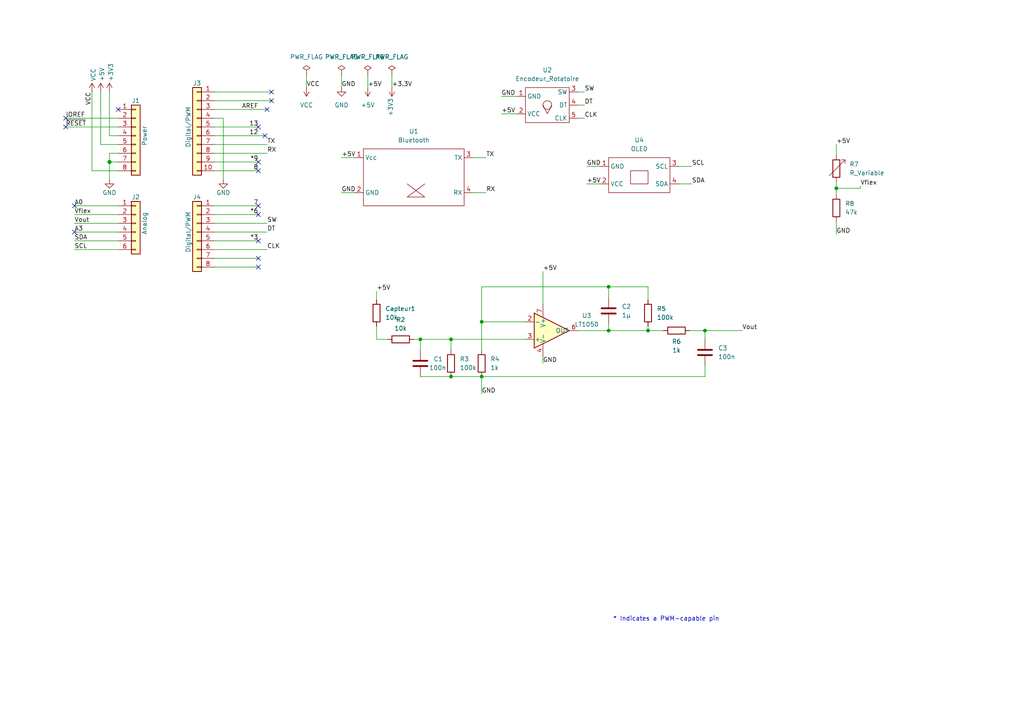
<source format=kicad_sch>
(kicad_sch (version 20211123) (generator eeschema)
  (paper "A4")
  (title_block (date "mar. 31 mars 2015"))
  (lib_symbols
    (symbol "+5V_1" (power) (pin_names (offset 0))
      (property "Value" "+5V_1" (at 0 3.556 0))
      (symbol "+5V_1_0_1"
        (polyline (pts (xy -0.762 1.27) (xy 0 2.54)))
        (polyline (pts (xy 0 0) (xy 0 2.54)))
        (polyline (pts (xy 0 2.54) (xy 0.762 1.27)))
      )
      (symbol "+5V_1_1_1"
        (pin power_in line (at 0 0 90) (length 0) hide (name "+5V") (number "1"))
      )
    )
    (symbol "Connector_Generic:Conn_01x06" (pin_names (offset 1.016) hide)
      (property "Reference" "J" (at 0 7.62 0))
      (property "Value" "Conn_01x06" (at 0 -10.16 0))
      (symbol "Conn_01x06_1_1"
        (rectangle (start -1.27 -7.493) (end 0 -7.747) (stroke (width 0.1524)))
        (rectangle (start -1.27 -4.953) (end 0 -5.207) (stroke (width 0.1524)))
        (rectangle (start -1.27 -2.413) (end 0 -2.667) (stroke (width 0.1524)))
        (rectangle (start -1.27 0.127) (end 0 -0.127) (stroke (width 0.1524)))
        (rectangle (start -1.27 2.667) (end 0 2.413) (stroke (width 0.1524)))
        (rectangle (start -1.27 5.207) (end 0 4.953) (stroke (width 0.1524)))
        (rectangle (start -1.27 6.35) (end 1.27 -8.89) (stroke (width 0.254)) (fill (type background)))
        (pin passive line (at -5.08 5.08 0) (length 3.81) (name "Pin_1") (number "1"))
        (pin passive line (at -5.08 2.54 0) (length 3.81) (name "Pin_2") (number "2"))
        (pin passive line (at -5.08 0 0) (length 3.81) (name "Pin_3") (number "3"))
        (pin passive line (at -5.08 -2.54 0) (length 3.81) (name "Pin_4") (number "4"))
        (pin passive line (at -5.08 -5.08 0) (length 3.81) (name "Pin_5") (number "5"))
        (pin passive line (at -5.08 -7.62 0) (length 3.81) (name "Pin_6") (number "6"))
      )
    )
    (symbol "Connector_Generic:Conn_01x08" (pin_names (offset 1.016) hide)
      (property "Reference" "J" (at 0 10.16 0))
      (property "Value" "Conn_01x08" (at 0 -12.7 0))
      (symbol "Conn_01x08_1_1"
        (rectangle (start -1.27 -10.033) (end 0 -10.287) (stroke (width 0.1524)))
        (rectangle (start -1.27 -7.493) (end 0 -7.747) (stroke (width 0.1524)))
        (rectangle (start -1.27 -4.953) (end 0 -5.207) (stroke (width 0.1524)))
        (rectangle (start -1.27 -2.413) (end 0 -2.667) (stroke (width 0.1524)))
        (rectangle (start -1.27 0.127) (end 0 -0.127) (stroke (width 0.1524)))
        (rectangle (start -1.27 2.667) (end 0 2.413) (stroke (width 0.1524)))
        (rectangle (start -1.27 5.207) (end 0 4.953) (stroke (width 0.1524)))
        (rectangle (start -1.27 7.747) (end 0 7.493) (stroke (width 0.1524)))
        (rectangle (start -1.27 8.89) (end 1.27 -11.43) (stroke (width 0.254)) (fill (type background)))
        (pin passive line (at -5.08 7.62 0) (length 3.81) (name "Pin_1") (number "1"))
        (pin passive line (at -5.08 5.08 0) (length 3.81) (name "Pin_2") (number "2"))
        (pin passive line (at -5.08 2.54 0) (length 3.81) (name "Pin_3") (number "3"))
        (pin passive line (at -5.08 0 0) (length 3.81) (name "Pin_4") (number "4"))
        (pin passive line (at -5.08 -2.54 0) (length 3.81) (name "Pin_5") (number "5"))
        (pin passive line (at -5.08 -5.08 0) (length 3.81) (name "Pin_6") (number "6"))
        (pin passive line (at -5.08 -7.62 0) (length 3.81) (name "Pin_7") (number "7"))
        (pin passive line (at -5.08 -10.16 0) (length 3.81) (name "Pin_8") (number "8"))
      )
    )
    (symbol "Connector_Generic:Conn_01x10" (pin_names (offset 1.016) hide)
      (property "Reference" "J" (at 0 12.7 0))
      (property "Value" "Conn_01x10" (at 0 -15.24 0))
      (symbol "Conn_01x10_1_1"
        (rectangle (start -1.27 -12.573) (end 0 -12.827) (stroke (width 0.1524)))
        (rectangle (start -1.27 -10.033) (end 0 -10.287) (stroke (width 0.1524)))
        (rectangle (start -1.27 -7.493) (end 0 -7.747) (stroke (width 0.1524)))
        (rectangle (start -1.27 -4.953) (end 0 -5.207) (stroke (width 0.1524)))
        (rectangle (start -1.27 -2.413) (end 0 -2.667) (stroke (width 0.1524)))
        (rectangle (start -1.27 0.127) (end 0 -0.127) (stroke (width 0.1524)))
        (rectangle (start -1.27 2.667) (end 0 2.413) (stroke (width 0.1524)))
        (rectangle (start -1.27 5.207) (end 0 4.953) (stroke (width 0.1524)))
        (rectangle (start -1.27 7.747) (end 0 7.493) (stroke (width 0.1524)))
        (rectangle (start -1.27 10.287) (end 0 10.033) (stroke (width 0.1524)))
        (rectangle (start -1.27 11.43) (end 1.27 -13.97) (stroke (width 0.254)) (fill (type background)))
        (pin passive line (at -5.08 10.16 0) (length 3.81) (name "Pin_1") (number "1"))
        (pin passive line (at -5.08 -12.7 0) (length 3.81) (name "Pin_10") (number "10"))
        (pin passive line (at -5.08 7.62 0) (length 3.81) (name "Pin_2") (number "2"))
        (pin passive line (at -5.08 5.08 0) (length 3.81) (name "Pin_3") (number "3"))
        (pin passive line (at -5.08 2.54 0) (length 3.81) (name "Pin_4") (number "4"))
        (pin passive line (at -5.08 0 0) (length 3.81) (name "Pin_5") (number "5"))
        (pin passive line (at -5.08 -2.54 0) (length 3.81) (name "Pin_6") (number "6"))
        (pin passive line (at -5.08 -5.08 0) (length 3.81) (name "Pin_7") (number "7"))
        (pin passive line (at -5.08 -7.62 0) (length 3.81) (name "Pin_8") (number "8"))
        (pin passive line (at -5.08 -10.16 0) (length 3.81) (name "Pin_9") (number "9"))
      )
    )
    (symbol "Device:C" (pin_numbers hide) (pin_names (offset 0.254))
      (property "Reference" "C" (at 0.635 2.54 0))
      (property "Value" "C" (at 0.635 -2.54 0))
      (symbol "C_0_1"
        (polyline (pts (xy -2.032 -0.762) (xy 2.032 -0.762)) (stroke (width 0.508)))
        (polyline (pts (xy -2.032 0.762) (xy 2.032 0.762)) (stroke (width 0.508)))
      )
      (symbol "C_1_1"
        (pin passive line (at 0 3.81 270) (length 2.794) (name "~") (number "1"))
        (pin passive line (at 0 -3.81 90) (length 2.794) (name "~") (number "2"))
      )
    )
    (symbol "Device:R" (pin_numbers hide) (pin_names (offset 0))
      (property "Reference" "R" (at 2.032 0 90))
      (property "Value" "R" (at 0 0 90))
      (symbol "R_0_1"
        (rectangle (start -1.016 -2.54) (end 1.016 2.54) (stroke (width 0.254)))
      )
      (symbol "R_1_1"
        (pin passive line (at 0 3.81 270) (length 1.27) (name "~") (number "1"))
        (pin passive line (at 0 -3.81 90) (length 1.27) (name "~") (number "2"))
      )
    )
    (symbol "Device:R_Variable" (pin_numbers hide) (pin_names (offset 0))
      (property "Reference" "R" (at 2.54 -2.54 90))
      (property "Value" "R_Variable" (at -2.54 -1.27 90))
      (symbol "R_Variable_0_1"
        (rectangle (start -1.016 -2.54) (end 1.016 2.54) (stroke (width 0.254)))
        (polyline (pts (xy 2.54 1.524) (xy 2.54 2.54) (xy 1.524 2.54) (xy 2.54 2.54) (xy -2.032 -2.032)))
      )
      (symbol "R_Variable_1_1"
        (pin passive line (at 0 3.81 270) (length 1.27) (name "~") (number "1"))
        (pin passive line (at 0 -3.81 90) (length 1.27) (name "~") (number "2"))
      )
    )
    (symbol "GND_1" (power) (pin_names (offset 0))
      (property "Value" "GND_1" (at 0 -3.81 0))
      (symbol "GND_1_0_1"
        (polyline (pts (xy 0 0) (xy 0 -1.27) (xy 1.27 -1.27) (xy 0 -2.54) (xy -1.27 -1.27) (xy 0 -1.27)))
      )
      (symbol "GND_1_1_1"
        (pin power_in line (at 0 0 270) (length 0) hide (name "GND") (number "1"))
      )
    )
    (symbol "Librairie_Symbole_Capteur_Graphene:Bluetooth"
      (property "Reference" "U" (at 0 1.27 0))
      (property "Value" "Bluetooth" (at 0 -1.27 0))
      (symbol "Bluetooth_0_1"
        (rectangle (start -15.24 6.35) (end 13.97 -10.16))
        (polyline (pts (xy -2.54 -3.81) (xy 2.54 -7.62) (xy -2.54 -7.62) (xy 2.54 -3.81)))
      )
      (symbol "Bluetooth_1_1"
        (pin bidirectional line (at -17.78 3.81 0) (length 2.54) (name "Vcc") (number "1"))
        (pin bidirectional line (at -17.78 -6.35 0) (length 2.54) (name "GND") (number "2"))
        (pin bidirectional line (at 16.51 3.81 180) (length 2.54) (name "TX") (number "3"))
        (pin bidirectional line (at 16.51 -6.35 180) (length 2.54) (name "RX") (number "4"))
      )
    )
    (symbol "Librairie_Symbole_Capteur_Graphene:Encodeur_Rotatoire"
      (property "Reference" "U" (at 0 5.08 0))
      (property "Value" "Encodeur_Rotatoire" (at 0 2.54 0))
      (symbol "Encodeur_Rotatoire_0_1"
        (rectangle (start -6.35 0) (end 6.35 -10.16))
        (circle (center 0 -5.08) (radius 1.27))
        (polyline (pts (xy -1.27 -5.08) (xy 0 -7.62) (xy 1.27 -5.08)))
      )
      (symbol "Encodeur_Rotatoire_1_1"
        (pin bidirectional line (at -8.89 -2.54 0) (length 2.54) (name "GND") (number "1"))
        (pin bidirectional line (at -8.89 -7.62 0) (length 2.54) (name "VCC") (number "2"))
        (pin bidirectional line (at 8.89 -1.27 180) (length 2.54) (name "SW") (number "3"))
        (pin bidirectional line (at 8.89 -5.08 180) (length 2.54) (name "DT") (number "4"))
        (pin bidirectional line (at 8.89 -8.89 180) (length 2.54) (name "CLK") (number "5"))
      )
    )
    (symbol "Librairie_Symbole_Capteur_Graphene:LT1050" (pin_names (offset 0.127))
      (property "Reference" "U3" (at 10.16 4.3307 0))
      (property "Value" "LT1050" (at 10.16 1.7907 0))
      (symbol "LT1050_0_1"
        (polyline (pts (xy -5.08 5.08) (xy 5.08 0) (xy -5.08 -5.08) (xy -5.08 5.08)) (stroke (width 0.254)) (fill (type background)))
      )
      (symbol "LT1050_1_1"
        (pin input line (at -7.62 2.54 0) (length 2.54) (name "-") (number "2"))
        (pin input line (at -7.62 -2.54 0) (length 2.54) (name "+") (number "3"))
        (pin power_in line (at -2.54 -7.62 90) (length 3.81) (name "V-") (number "4"))
        (pin open_collector line (at 7.62 0 180) (length 2.54) (name "OUT") (number "6"))
        (pin power_in line (at -2.54 7.62 270) (length 3.81) (name "V+") (number "7"))
      )
    )
    (symbol "Librairie_Symbole_Capteur_Graphene:OLED"
      (property "Reference" "U" (at 0 2.54 0))
      (property "Value" "OLED" (at 0 0 0))
      (symbol "OLED_0_1"
        (rectangle (start -8.89 1.27) (end 8.89 -8.89))
        (rectangle (start -2.54 -2.54) (end 2.54 -6.35))
      )
      (symbol "OLED_1_1"
        (pin bidirectional line (at -11.43 -1.27 0) (length 2.54) (name "GND") (number "1"))
        (pin bidirectional line (at -11.43 -6.35 0) (length 2.54) (name "VCC") (number "2"))
        (pin bidirectional line (at 11.43 -1.27 180) (length 2.54) (name "SCL") (number "3"))
        (pin bidirectional line (at 11.43 -6.35 180) (length 2.54) (name "SDA") (number "4"))
      )
    )
    (symbol "VCC_1" (power) (pin_names (offset 0))
      (property "Value" "VCC_1" (at 0 3.81 0))
      (symbol "VCC_1_0_1"
        (polyline (pts (xy -0.762 1.27) (xy 0 2.54)))
        (polyline (pts (xy 0 0) (xy 0 2.54)))
        (polyline (pts (xy 0 2.54) (xy 0.762 1.27)))
      )
      (symbol "VCC_1_1_1"
        (pin power_in line (at 0 0 90) (length 0) hide (name "VCC") (number "1"))
      )
    )
    (symbol "power:+3V3" (power) (pin_names (offset 0))
      (property "Value" "+3V3" (at 0 3.556 0))
      (symbol "+3V3_0_1"
        (polyline (pts (xy -0.762 1.27) (xy 0 2.54)))
        (polyline (pts (xy 0 0) (xy 0 2.54)))
        (polyline (pts (xy 0 2.54) (xy 0.762 1.27)))
      )
      (symbol "+3V3_1_1"
        (pin power_in line (at 0 0 90) (length 0) hide (name "+3V3") (number "1"))
      )
    )
    (symbol "power:+5V" (power) (pin_names (offset 0))
      (property "Value" "+5V" (at 0 3.556 0))
      (symbol "+5V_0_1"
        (polyline (pts (xy -0.762 1.27) (xy 0 2.54)))
        (polyline (pts (xy 0 0) (xy 0 2.54)))
        (polyline (pts (xy 0 2.54) (xy 0.762 1.27)))
      )
      (symbol "+5V_1_1"
        (pin power_in line (at 0 0 90) (length 0) hide (name "+5V") (number "1"))
      )
    )
    (symbol "power:GND" (power) (pin_names (offset 0))
      (property "Value" "GND" (at 0 -3.81 0))
      (symbol "GND_0_1"
        (polyline (pts (xy 0 0) (xy 0 -1.27) (xy 1.27 -1.27) (xy 0 -2.54) (xy -1.27 -1.27) (xy 0 -1.27)))
      )
      (symbol "GND_1_1"
        (pin power_in line (at 0 0 270) (length 0) hide (name "GND") (number "1"))
      )
    )
    (symbol "power:PWR_FLAG" (power) (pin_numbers hide) (pin_names (offset 0) hide)
      (property "Value" "PWR_FLAG" (at 0 3.81 0))
      (symbol "PWR_FLAG_0_0"
        (pin power_out line (at 0 0 90) (length 0) (name "pwr") (number "1"))
      )
      (symbol "PWR_FLAG_0_1"
        (polyline (pts (xy 0 0) (xy 0 1.27) (xy -1.016 1.905) (xy 0 2.54) (xy 1.016 1.905) (xy 0 1.27)))
      )
    )
    (symbol "power:VCC" (power) (pin_names (offset 0))
      (property "Value" "VCC" (at 0 3.81 0))
      (symbol "VCC_0_1"
        (polyline (pts (xy -0.762 1.27) (xy 0 2.54)))
        (polyline (pts (xy 0 0) (xy 0 2.54)))
        (polyline (pts (xy 0 2.54) (xy 0.762 1.27)))
      )
      (symbol "VCC_1_1"
        (pin power_in line (at 0 0 90) (length 0) hide (name "VCC") (number "1"))
      )
    )
  )
  (junction (at 187.96 95.885))
  (junction (at 31.75 46.99) (diameter 1.016))
  (junction (at 139.7 93.345))
  (junction (at 242.57 54.61))
  (junction (at 121.92 98.425))
  (junction (at 204.47 95.885))
  (junction (at 176.53 95.885))
  (junction (at 176.53 83.185))
  (junction (at 130.81 98.425))
  (junction (at 139.7 109.22))
  (junction (at 130.81 109.22))
  (no_connect (at 74.93 74.93))
  (no_connect (at 74.93 69.85))
  (no_connect (at 74.93 62.23))
  (no_connect (at 77.47 31.75))
  (no_connect (at 74.93 36.83))
  (no_connect (at 76.835 39.37))
  (no_connect (at 74.93 77.47))
  (no_connect (at 34.29 31.75))
  (no_connect (at 78.74 29.21))
  (no_connect (at 21.59 67.31))
  (no_connect (at 74.93 46.99))
  (no_connect (at 74.93 59.69))
  (no_connect (at 19.05 36.83))
  (no_connect (at 74.93 49.53))
  (no_connect (at 19.05 34.29))
  (no_connect (at 21.59 59.69))
  (no_connect (at 78.74 26.67))
  (wire (pts (xy 62.23 77.47) (xy 74.93 77.47)))
  (wire (pts (xy 187.96 94.615) (xy 187.96 95.885)))
  (wire (pts (xy 62.23 44.45) (xy 77.47 44.45)))
  (wire (pts (xy 139.7 93.345) (xy 139.7 101.6)))
  (wire (pts (xy 242.57 54.61) (xy 242.57 56.515)))
  (wire (pts (xy 170.18 48.26) (xy 173.99 48.26)))
  (wire (pts (xy 62.23 26.67) (xy 78.74 26.67)))
  (wire (pts (xy 196.85 53.34) (xy 200.66 53.34)))
  (wire (pts (xy 176.53 86.36) (xy 176.53 83.185)))
  (wire (pts (xy 99.06 21.59) (xy 99.06 25.4)))
  (wire (pts (xy 31.75 44.45) (xy 31.75 46.99)))
  (wire (pts (xy 21.59 72.39) (xy 34.29 72.39)))
  (wire (pts (xy 121.92 98.425) (xy 130.81 98.425)))
  (wire (pts (xy 167.64 26.67) (xy 169.545 26.67)))
  (wire (pts (xy 31.75 46.99) (xy 31.75 52.07)))
  (wire (pts (xy 106.68 21.59) (xy 106.68 25.4)))
  (wire (pts (xy 139.7 83.185) (xy 139.7 93.345)))
  (wire (pts (xy 120.015 98.425) (xy 121.92 98.425)))
  (wire (pts (xy 31.75 39.37) (xy 34.29 39.37)))
  (wire (pts (xy 130.81 98.425) (xy 130.81 101.6)))
  (wire (pts (xy 113.665 21.59) (xy 113.665 25.4)))
  (wire (pts (xy 99.06 55.88) (xy 102.87 55.88)))
  (wire (pts (xy 29.21 41.91) (xy 34.29 41.91)))
  (wire (pts (xy 29.21 26.67) (xy 29.21 41.91)))
  (wire (pts (xy 187.96 83.185) (xy 176.53 83.185)))
  (wire (pts (xy 242.57 41.91) (xy 242.57 45.085)))
  (wire (pts (xy 170.18 53.34) (xy 173.99 53.34)))
  (wire (pts (xy 62.23 36.83) (xy 74.93 36.83)))
  (wire (pts (xy 31.75 26.67) (xy 31.75 39.37)))
  (wire (pts (xy 62.23 59.69) (xy 74.93 59.69)))
  (wire (pts (xy 130.81 98.425) (xy 152.4 98.425)))
  (wire (pts (xy 34.29 59.69) (xy 21.59 59.69)))
  (wire (pts (xy 112.395 98.425) (xy 109.22 98.425)))
  (wire (pts (xy 62.23 39.37) (xy 76.835 39.37)))
  (wire (pts (xy 130.81 109.22) (xy 139.7 109.22)))
  (wire (pts (xy 157.48 78.74) (xy 157.48 88.265)))
  (wire (pts (xy 62.23 62.23) (xy 74.93 62.23)))
  (wire (pts (xy 204.47 106.045) (xy 204.47 109.22)))
  (wire (pts (xy 145.415 33.02) (xy 149.86 33.02)))
  (wire (pts (xy 204.47 95.885) (xy 215.265 95.885)))
  (wire (pts (xy 196.85 48.26) (xy 200.66 48.26)))
  (wire (pts (xy 176.53 83.185) (xy 139.7 83.185)))
  (wire (pts (xy 62.23 46.99) (xy 74.93 46.99)))
  (wire (pts (xy 145.415 27.94) (xy 149.86 27.94)))
  (wire (pts (xy 157.48 103.505) (xy 157.48 105.41)))
  (wire (pts (xy 137.16 55.88) (xy 140.97 55.88)))
  (wire (pts (xy 187.96 86.995) (xy 187.96 83.185)))
  (wire (pts (xy 62.23 67.31) (xy 77.47 67.31)))
  (wire (pts (xy 121.92 98.425) (xy 121.92 101.6)))
  (wire (pts (xy 19.05 34.29) (xy 34.29 34.29)))
  (wire (pts (xy 176.53 93.98) (xy 176.53 95.885)))
  (wire (pts (xy 64.77 34.29) (xy 64.77 52.07)))
  (wire (pts (xy 62.23 31.75) (xy 77.47 31.75)))
  (wire (pts (xy 109.22 98.425) (xy 109.22 94.615)))
  (wire (pts (xy 88.9 21.59) (xy 88.9 25.4)))
  (wire (pts (xy 34.29 64.77) (xy 21.59 64.77)))
  (wire (pts (xy 19.05 36.83) (xy 34.29 36.83)))
  (wire (pts (xy 176.53 95.885) (xy 187.96 95.885)))
  (wire (pts (xy 34.29 46.99) (xy 31.75 46.99)))
  (wire (pts (xy 167.64 95.885) (xy 176.53 95.885)))
  (wire (pts (xy 152.4 93.345) (xy 139.7 93.345)))
  (wire (pts (xy 242.57 54.61) (xy 249.555 54.61)))
  (wire (pts (xy 34.29 49.53) (xy 26.67 49.53)))
  (wire (pts (xy 139.7 109.22) (xy 139.7 114.3)))
  (wire (pts (xy 21.59 62.23) (xy 34.29 62.23)))
  (wire (pts (xy 167.64 34.29) (xy 169.545 34.29)))
  (wire (pts (xy 187.96 95.885) (xy 192.405 95.885)))
  (wire (pts (xy 242.57 64.135) (xy 242.57 67.945)))
  (wire (pts (xy 62.23 34.29) (xy 64.77 34.29)))
  (wire (pts (xy 34.29 44.45) (xy 31.75 44.45)))
  (wire (pts (xy 62.23 41.91) (xy 77.47 41.91)))
  (wire (pts (xy 200.025 95.885) (xy 204.47 95.885)))
  (wire (pts (xy 204.47 95.885) (xy 204.47 98.425)))
  (wire (pts (xy 62.23 64.77) (xy 77.47 64.77)))
  (wire (pts (xy 21.59 67.31) (xy 34.29 67.31)))
  (wire (pts (xy 242.57 52.705) (xy 242.57 54.61)))
  (wire (pts (xy 204.47 109.22) (xy 139.7 109.22)))
  (wire (pts (xy 249.555 53.975) (xy 249.555 54.61)))
  (wire (pts (xy 62.23 29.21) (xy 78.74 29.21)))
  (wire (pts (xy 121.92 109.22) (xy 130.81 109.22)))
  (wire (pts (xy 62.23 72.39) (xy 77.47 72.39)))
  (wire (pts (xy 137.16 45.72) (xy 140.97 45.72)))
  (wire (pts (xy 62.23 69.85) (xy 74.93 69.85)))
  (wire (pts (xy 167.64 30.48) (xy 169.545 30.48)))
  (wire (pts (xy 99.06 45.72) (xy 102.87 45.72)))
  (wire (pts (xy 109.22 84.455) (xy 109.22 86.995)))
  (wire (pts (xy 62.23 74.93) (xy 74.93 74.93)))
  (wire (pts (xy 26.67 49.53) (xy 26.67 26.67)))
  (wire (pts (xy 34.29 69.85) (xy 21.59 69.85)))
  (wire (pts (xy 62.23 49.53) (xy 74.93 49.53)))
  (text "* Indicates a PWM-capable pin" (at 177.8 180.34 0) (effects (font (size 1.27 1.27)) (justify left bottom)))
  (label "+5V" (at 170.18 53.34 0))
  (label "Vflex" (at 21.59 62.23 0))
  (label "GND" (at 139.7 114.3 0))
  (label "+5V" (at 242.57 41.91 0))
  (label "VCC" (at 88.9 25.4 0))
  (label "Vflex" (at 249.555 53.975 0))
  (label "DT" (at 77.47 67.31 0))
  (label "A3" (at 21.59 67.31 0))
  (label "Vout" (at 21.59 64.77 0))
  (label "GND" (at 242.57 67.945 0))
  (label "+5V" (at 145.415 33.02 0))
  (label "13" (at 74.93 36.83 180))
  (label "SDA" (at 200.66 53.34 0))
  (label "+5V" (at 109.22 84.455 0))
  (label "GND" (at 145.415 27.94 0))
  (label "12" (at 74.93 39.37 180))
  (label "~{RESET}" (at 19.05 36.83 0))
  (label "SCL" (at 200.66 48.26 0))
  (label "+5V" (at 157.48 78.74 0))
  (label "Vout" (at 215.265 95.885 0))
  (label "+3.3V" (at 113.665 25.4 0))
  (label "SW" (at 169.545 26.67 0))
  (label "DT" (at 169.545 30.48 0))
  (label "CLK" (at 77.47 72.39 0))
  (label "GND" (at 157.48 105.41 0))
  (label "CLK" (at 169.545 34.29 0))
  (label "TX" (at 77.47 41.91 0))
  (label "7" (at 74.93 59.69 180))
  (label "8" (at 74.93 49.53 180))
  (label "*3" (at 74.93 69.85 180))
  (label "+5V" (at 106.68 25.4 0))
  (label "+5V" (at 99.06 45.72 0))
  (label "GND" (at 99.06 25.4 0))
  (label "A0" (at 21.59 59.69 0))
  (label "AREF" (at 74.93 31.75 180))
  (label "VCC" (at 26.67 26.67 270))
  (label "RX" (at 77.47 44.45 0))
  (label "*6" (at 74.93 62.23 180))
  (label "*9" (at 74.93 46.99 180))
  (label "SCL" (at 21.59 72.39 0))
  (label "RX" (at 140.97 55.88 0))
  (label "IOREF" (at 19.05 34.29 0))
  (label "SDA" (at 21.59 69.85 0))
  (label "GND" (at 170.18 48.26 0))
  (label "TX" (at 140.97 45.72 0))
  (label "GND" (at 99.06 55.88 0))
  (label "SW" (at 77.47 64.77 0))
  (symbol (lib_id "Connector_Generic:Conn_01x08") (at 39.37 39.37 0) (unit 1)
    (property "Reference" "J1" (at 39.37 29.21 0))
    (property "Value" "Power" (at 41.91 39.37 90))
    (property "Footprint" "Connector_PinSocket_2.54mm:PinSocket_1x08_P2.54mm_Vertical" (effects hide))
  )
  (symbol (lib_id "power:+3V3") (at 31.75 26.67 0) (unit 1)
    (property "Reference" "#PWR03" (effects hide))
    (property "Value" "+3.3V" (at 32.131 23.622 90) (effects (justify left)))
  )
  (symbol (lib_id "power:+5V") (at 29.21 26.67 0) (unit 1)
    (property "Reference" "#PWR02" (effects hide))
    (property "Value" "+5V" (at 29.5656 23.622 90) (effects (justify left)))
  )
  (symbol (lib_id "power:GND") (at 31.75 52.07 0) (unit 1)
    (property "Reference" "#PWR04" (effects hide))
    (property "Value" "GND" (at 31.75 55.88 0))
  )
  (symbol (lib_id "Connector_Generic:Conn_01x10") (at 57.15 36.83 0) (mirror y) (unit 1)
    (property "Reference" "J3" (at 57.15 24.13 0))
    (property "Value" "Digital/PWM" (at 54.61 36.83 90))
    (property "Footprint" "Connector_PinSocket_2.54mm:PinSocket_1x10_P2.54mm_Vertical" (effects hide))
  )
  (symbol (lib_id "power:GND") (at 64.77 52.07 0) (unit 1)
    (property "Reference" "#PWR05" (effects hide))
    (property "Value" "GND" (at 64.77 55.88 0))
  )
  (symbol (lib_id "Connector_Generic:Conn_01x06") (at 39.37 64.77 0) (unit 1)
    (property "Reference" "J2" (at 39.37 57.15 0))
    (property "Value" "Analog" (at 41.91 64.77 90))
    (property "Footprint" "Connector_PinSocket_2.54mm:PinSocket_1x06_P2.54mm_Vertical" (effects hide))
  )
  (symbol (lib_id "Connector_Generic:Conn_01x08") (at 57.15 67.31 0) (mirror y) (unit 1)
    (property "Reference" "J4" (at 57.15 57.15 0))
    (property "Value" "Digital/PWM" (at 54.61 67.31 90))
    (property "Footprint" "Connector_PinSocket_2.54mm:PinSocket_1x08_P2.54mm_Vertical" (effects hide))
  )
  (symbol (lib_id "Device:R") (at 109.22 90.805 180) (unit 1)
    (property "Reference" "Capteur1" (at 111.76 89.5349 0) (effects (justify right)))
    (property "Value" "10k" (at 111.76 92.0749 0) (effects (justify right)))
    (property "Footprint" "Resistor_THT:R_Axial_DIN0207_L6.3mm_D2.5mm_P10.16mm_Horizontal" (effects hide))
  )
  (symbol (lib_id "Device:R") (at 196.215 95.885 90) (unit 1)
    (property "Reference" "R6" (at 196.215 99.06 90))
    (property "Value" "1k" (at 196.215 101.6 90))
    (property "Footprint" "Resistor_THT:R_Axial_DIN0207_L6.3mm_D2.5mm_P10.16mm_Horizontal" (effects hide))
  )
  (symbol (lib_id "Device:R_Variable") (at 242.57 48.895 0) (unit 1)
    (property "Reference" "R7" (at 246.38 47.6249 0) (effects (justify left)))
    (property "Value" "R_Variable" (at 246.38 50.1649 0) (effects (justify left)))
    (property "Footprint" "Resistor_THT:R_Axial_DIN0207_L6.3mm_D2.5mm_P10.16mm_Horizontal" (effects hide))
  )
  (symbol (lib_name "+5V_1") (lib_id "power:+5V") (at 106.68 25.4 180) (unit 1)
    (property "Reference" "#PWR08" (effects hide))
    (property "Value" "+5V" (at 106.68 30.48 0))
  )
  (symbol (lib_id "power:PWR_FLAG") (at 113.665 21.59 0) (unit 1)
    (property "Reference" "#FLG04" (effects hide))
    (property "Value" "PWR_FLAG" (at 113.665 16.51 0))
  )
  (symbol (lib_id "power:+3V3") (at 113.665 25.4 180) (unit 1)
    (property "Reference" "#PWR09" (effects hide))
    (property "Value" "+3.3V" (at 113.284 28.448 90) (effects (justify left)))
  )
  (symbol (lib_id "Device:C") (at 204.47 102.235 0) (unit 1)
    (property "Reference" "C3" (at 208.28 100.9649 0) (effects (justify left)))
    (property "Value" "100n" (at 208.28 103.5049 0) (effects (justify left)))
    (property "Footprint" "Capacitor_THT:C_Axial_L5.1mm_D3.1mm_P10.00mm_Horizontal" (effects hide))
  )
  (symbol (lib_id "Device:C") (at 121.92 105.41 0) (unit 1)
    (property "Reference" "C1" (at 125.73 104.1399 0) (effects (justify left)))
    (property "Value" "100n" (at 124.46 106.68 0) (effects (justify left)))
    (property "Footprint" "Capacitor_THT:C_Axial_L5.1mm_D3.1mm_P10.00mm_Horizontal" (effects hide))
  )
  (symbol (lib_id "power:VCC") (at 26.67 26.67 0) (unit 1)
    (property "Reference" "#PWR01" (effects hide))
    (property "Value" "VCC" (at 27.051 23.622 90) (effects (justify left)))
  )
  (symbol (lib_id "Device:R") (at 130.81 105.41 0) (unit 1)
    (property "Reference" "R3" (at 133.35 104.1399 0) (effects (justify left)))
    (property "Value" "100k" (at 133.35 106.6799 0) (effects (justify left)))
    (property "Footprint" "Resistor_THT:R_Axial_DIN0207_L6.3mm_D2.5mm_P10.16mm_Horizontal" (effects hide))
  )
  (symbol (lib_id "power:PWR_FLAG") (at 88.9 21.59 0) (unit 1)
    (property "Reference" "#FLG01" (effects hide))
    (property "Value" "PWR_FLAG" (at 88.9 16.51 0))
  )
  (symbol (lib_id "Device:R") (at 116.205 98.425 90) (unit 1)
    (property "Reference" "R2" (at 116.205 92.71 90))
    (property "Value" "10k" (at 116.205 95.25 90))
    (property "Footprint" "Resistor_THT:R_Axial_DIN0207_L6.3mm_D2.5mm_P10.16mm_Horizontal" (effects hide))
  )
  (symbol (lib_id "Device:R") (at 139.7 105.41 0) (unit 1)
    (property "Reference" "R4" (at 142.24 104.1399 0) (effects (justify left)))
    (property "Value" "1k" (at 142.24 106.6799 0) (effects (justify left)))
    (property "Footprint" "Resistor_THT:R_Axial_DIN0207_L6.3mm_D2.5mm_P10.16mm_Horizontal" (effects hide))
  )
  (symbol (lib_id "Librairie_Symbole_Capteur_Graphene:Encodeur_Rotatoire") (at 158.75 25.4 0) (unit 1)
    (property "Reference" "U2" (at 158.75 20.32 0))
    (property "Value" "Encodeur_Rotatoire" (at 158.75 22.86 0))
    (property "Footprint" "Libraire_Empreinte_Projet_Graphene:Encodeur_Empreinte" (effects hide))
  )
  (symbol (lib_id "Librairie_Symbole_Capteur_Graphene:Bluetooth") (at 120.65 49.53 0) (unit 1)
    (property "Reference" "U1" (at 120.015 38.1 0))
    (property "Value" "Bluetooth" (at 120.015 40.64 0))
    (property "Footprint" "Libraire_Empreinte_Projet_Graphene:Bluetooth_Empreinte" (effects hide))
  )
  (symbol (lib_id "Device:C") (at 176.53 90.17 180) (unit 1)
    (property "Reference" "C2" (at 180.34 88.8999 0) (effects (justify right)))
    (property "Value" "1µ" (at 180.34 91.4399 0) (effects (justify right)))
    (property "Footprint" "Capacitor_THT:C_Rect_L7.0mm_W4.5mm_P5.00mm" (effects hide))
  )
  (symbol (lib_id "power:PWR_FLAG") (at 106.68 21.59 0) (unit 1)
    (property "Reference" "#FLG03" (effects hide))
    (property "Value" "PWR_FLAG" (at 106.68 16.51 0))
  )
  (symbol (lib_id "Librairie_Symbole_Capteur_Graphene:OLED") (at 185.42 46.99 0) (unit 1)
    (property "Reference" "U4" (at 185.42 40.64 0))
    (property "Value" "OLED" (at 185.42 43.18 0))
    (property "Footprint" "Libraire_Empreinte_Projet_Graphene:OLED_Empreinte" (effects hide))
  )
  (symbol (lib_name "GND_1") (lib_id "power:GND") (at 99.06 25.4 0) (unit 1)
    (property "Reference" "#PWR07" (effects hide))
    (property "Value" "GND" (at 99.06 30.48 0))
  )
  (symbol (lib_id "Librairie_Symbole_Capteur_Graphene:LT1050") (at 160.02 95.885 0) (unit 1)
    (property "Reference" "U3" (at 170.18 91.5543 0))
    (property "Value" "LT1050" (at 170.18 94.0943 0))
    (property "Footprint" "Package_DIP:DIP-8_W7.62mm_LongPads" (effects hide))
    (property "Datasheet" "https://www.analog.com/media/en/technical-documentation/data-sheets/1050fb.pdf" (effects hide))
  )
  (symbol (lib_id "Device:R") (at 242.57 60.325 0) (unit 1)
    (property "Reference" "R8" (at 245.11 59.0549 0) (effects (justify left)))
    (property "Value" "47k" (at 245.11 61.5949 0) (effects (justify left)))
    (property "Footprint" "Resistor_THT:R_Axial_DIN0207_L6.3mm_D2.5mm_P10.16mm_Horizontal" (effects hide))
  )
  (symbol (lib_name "VCC_1") (lib_id "power:VCC") (at 88.9 25.4 180) (unit 1)
    (property "Reference" "#PWR06" (effects hide))
    (property "Value" "VCC" (at 88.9 30.48 0))
  )
  (symbol (lib_id "Device:R") (at 187.96 90.805 0) (unit 1)
    (property "Reference" "R5" (at 190.5 89.5349 0) (effects (justify left)))
    (property "Value" "100k" (at 190.5 92.0749 0) (effects (justify left)))
    (property "Footprint" "Resistor_THT:R_Axial_DIN0207_L6.3mm_D2.5mm_P10.16mm_Horizontal" (effects hide))
  )
  (symbol (lib_id "power:PWR_FLAG") (at 99.06 21.59 0) (unit 1)
    (property "Reference" "#FLG02" (effects hide))
    (property "Value" "PWR_FLAG" (at 99.06 16.51 0))
  )
)
</source>
